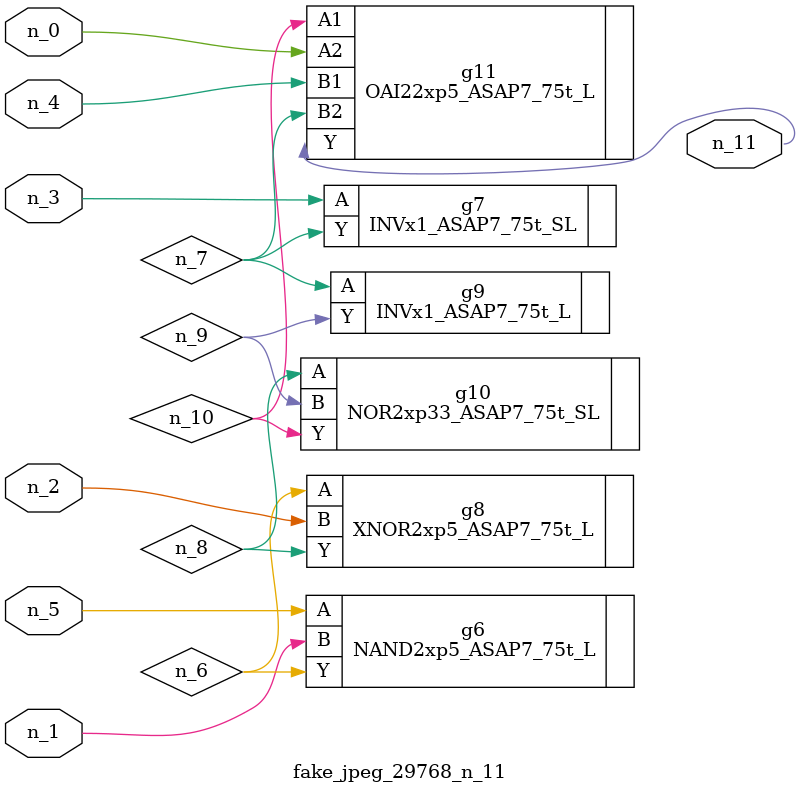
<source format=v>
module fake_jpeg_29768_n_11 (n_3, n_2, n_1, n_0, n_4, n_5, n_11);

input n_3;
input n_2;
input n_1;
input n_0;
input n_4;
input n_5;

output n_11;

wire n_10;
wire n_8;
wire n_9;
wire n_6;
wire n_7;

NAND2xp5_ASAP7_75t_L g6 ( 
.A(n_5),
.B(n_1),
.Y(n_6)
);

INVx1_ASAP7_75t_SL g7 ( 
.A(n_3),
.Y(n_7)
);

XNOR2xp5_ASAP7_75t_L g8 ( 
.A(n_6),
.B(n_2),
.Y(n_8)
);

NOR2xp33_ASAP7_75t_SL g10 ( 
.A(n_8),
.B(n_9),
.Y(n_10)
);

INVx1_ASAP7_75t_L g9 ( 
.A(n_7),
.Y(n_9)
);

OAI22xp5_ASAP7_75t_L g11 ( 
.A1(n_10),
.A2(n_0),
.B1(n_4),
.B2(n_7),
.Y(n_11)
);


endmodule
</source>
